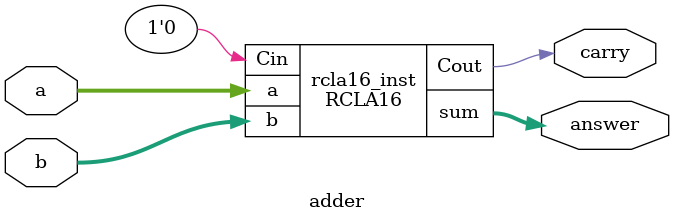
<source format=v>

module CLA4 (
	input [3:0] a,
	input [3:0] b,
	input Cin,
	output [3:0] sum,
	output Cout
);
	wire [3:0] G, P, C;
	assign P = a ^ b;
	assign G = a & b;

	assign C[0] = Cin;
    assign C[1] = G[0] | (P[0] & C[0]);
    assign C[2] = G[1] | (P[1] & G[0]) | (P[1] & P[0] & C[0]);
    assign C[3] = G[2] | (P[2] & G[1]) | (P[2] & P[1] & G[0]) | (P[2] & P[1] & P[0] & C[0]);
    assign Cout = G[3] | (P[3] & G[2]) | (P[3] & P[2] & G[1]) | (P[3] & P[2] & P[1] & G[0]) | (P[3] & P[2] & P[1] & P[0] & C[0]);

	assign sum = P ^ C;
endmodule

module RCLA16 (
	input [15:0] a,
	input [15:0] b,
	input Cin,
	output [15:0] sum,
	output Cout
);
	wire [3:0] C;
	genvar i;
	generate
		for (i = 0; i < 4; i = i + 1) begin
			CLA4 cla4_inst (
				.a(a[i*4 +: 4]),
				.b(b[i*4 +: 4]),
				.Cin(i == 0 ? Cin : C[i-1]),
				.sum(sum[i*4 +: 4]),
				.Cout(C[i])
			);
		end
	endgenerate
	
	assign Cout = C[3];
endmodule


module adder(
	// Hint: 
	//   The module needs 4 ports, 
	//     the first 2 ports are 16-bit unsigned numbers as the inputs of the adder
	//     the third port is a 16-bit unsigned number as the output
	//	   the forth port is a one bit port as the carry flag
	// 
	input [15:0] a,
	input [15:0] b,
	output [15:0] answer,
	output carry
);

	RCLA16 rcla16_inst (
		.a(a),
		.b(b),
		.Cin(1'b0),
		.sum(answer),
		.Cout(carry)
	);

	

	
endmodule

</source>
